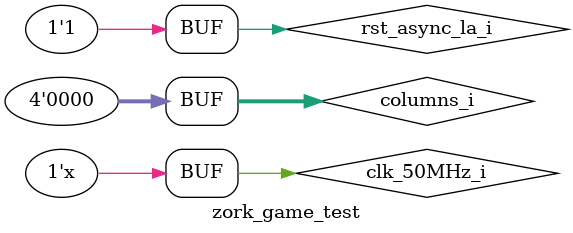
<source format=v>
`timescale 1ns / 1ps

module zork_game_test;

	// Inputs
	reg clk_50MHz_i;
	reg rst_async_la_i;
	reg [3:0] columns_i;

	// Outputs
	wire [3:0] rows_o;
	wire vga_hsync;
	wire vga_vsync;
	wire [2:0] r_o;
	wire [2:0] g_o;
	wire [1:0] b_o;

	// Instantiate the Unit Under Test (UUT)
	zork uut (
		.clk_50MHz_i(clk_50MHz_i), 
		.rst_async_la_i(rst_async_la_i), 
		.columns_i(columns_i), 
		.rows_o(rows_o), 
		.vga_hsync(vga_hsync), 
		.vga_vsync(vga_vsync), 
		.r_o(r_o), 
		.g_o(g_o), 
		.b_o(b_o)
	);

	initial begin
		// Initialize Inputs
		clk_50MHz_i = 0;
		rst_async_la_i = 1;
		columns_i = 0;
		
		//Mandamos rst para que no haya problemas
		#1500 rst_async_la_i = 0;
		#1500 rst_async_la_i = 1;
		// Wait 100 ns for global reset to finish
		#100;
        
		// Add stimulus here

	end
	
	always
	begin
	#1 clk_50MHz_i = ~clk_50MHz_i;
	end
      
endmodule


</source>
